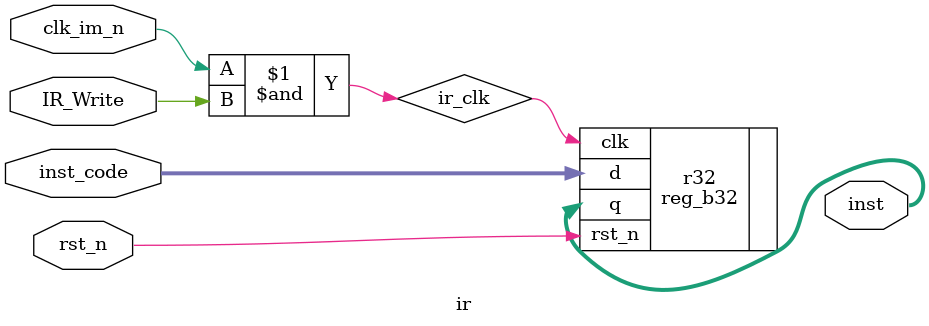
<source format=v>
module ir(
    clk_im_n, IR_Write, inst_code, inst,
    rst_n
);

    input clk_im_n;
    input IR_Write;
    input rst_n;
    input [31:0] inst_code; 
    output [31:0] inst;

    wire ir_clk;

    assign ir_clk = clk_im_n & IR_Write;

    reg_b32 r32(
        .clk(ir_clk),
        .rst_n(rst_n),
        .d(inst_code),
        .q(inst)
    );

endmodule

</source>
